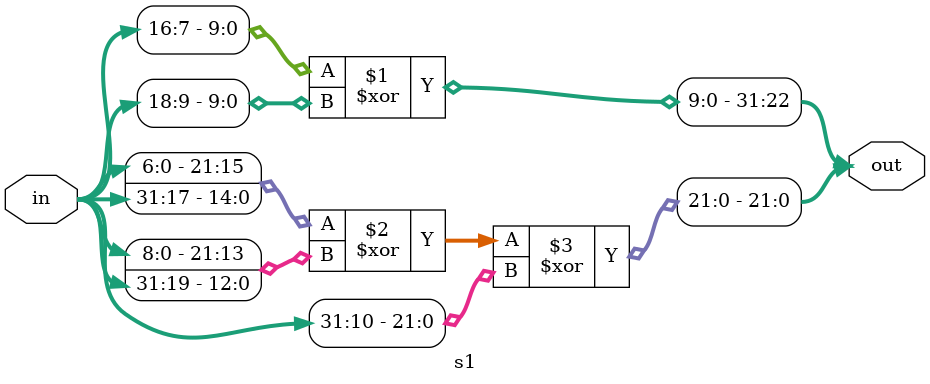
<source format=v>


`timescale 1ns/1ps
`define ELEMENT(x) ((x + 1)*(32)-1):(x * 32)

module SHAcore #(		
	parameter ITERATIONS = 6'd4	
) (
	input clk,
	input feeder,	
	input [5:0] count_value,	
	input [255:0] state_input,		
	input [511:0] message_block,		
	output reg [255:0] output_hash		
);

	localparam K_constants = {
		32'h428a2f98, 32'h71374491, 32'hb5c0fbcf, 32'he9b5dba5,
		32'h3956c25b, 32'h59f111f1, 32'h923f82a4, 32'hab1c5ed5,
		32'hd807aa98, 32'h12835b01, 32'h243185be, 32'h550c7dc3,
		32'h72be5d74, 32'h80deb1fe, 32'h9bdc06a7, 32'hc19bf174,
		32'he49b69c1, 32'hefbe4786, 32'h0fc19dc6, 32'h240ca1cc,
		32'h2de92c6f, 32'h4a7484aa, 32'h5cb0a9dc, 32'h76f988da,
		32'h983e5152, 32'ha831c66d, 32'hb00327c8, 32'hbf597fc7,
		32'hc6e00bf3, 32'hd5a79147, 32'h06ca6351, 32'h14292967,
		32'h27b70a85, 32'h2e1b2138, 32'h4d2c6dfc, 32'h53380d13,
		32'h650a7354, 32'h766a0abb, 32'h81c2c92e, 32'h92722c85,
		32'ha2bfe8a1, 32'ha81a664b, 32'hc24b8b70, 32'hc76c51a3,
		32'hd192e819, 32'hd6990624, 32'hf40e3585, 32'h106aa070,
		32'h19a4c116, 32'h1e376c08, 32'h2748774c, 32'h34b0bcb5,
		32'h391c0cb3, 32'h4ed8aa4a, 32'h5b9cca4f, 32'h682e6ff3,
		32'h748f82ee, 32'h78a5636f, 32'h84c87814, 32'h8cc70208,
		32'h90befffa, 32'ha4506ceb, 32'hbef9a3f7, 32'hc67178f2};


	genvar loop;	

	// generate

		for (loop = 0; loop < 64/ITERATIONS; loop = loop + 1) begin : HASHERS
			wire [255:0] present_state;			
			wire [511:0] w_update;		

			if(loop == 0)
				SHA_mathoperations U (			
					.clk(clk),
					.k_value(K_constants[32*(63-count_value) +: 32]),
					.w_value(feeder ? w_update : message_block),
					.state_input(feeder ? present_state : state_input),
					.w_output(w_update),
					.present_state(present_state)
				);
			else
				SHA_mathoperations U (
					.clk(clk),
					.k_value(K_constants[32*(63-ITERATIONS*loop-count_value) +: 32]),
					.w_value(feeder ? w_update : HASHERS[loop-1].w_update),
					.state_input(feeder ? present_state : HASHERS[loop-1].present_state),
					.w_output(w_update),
					.present_state(present_state)
				);
		end

	// endgenerate

	always @ (posedge clk)
	begin
		if (!feeder)
		begin
			output_hash[`ELEMENT(7)] <= state_input[`ELEMENT(7)] + HASHERS[64/ITERATIONS-6'd1].present_state[`ELEMENT(7)];
			output_hash[`ELEMENT(6)] <= state_input[`ELEMENT(6)] + HASHERS[64/ITERATIONS-6'd1].present_state[`ELEMENT(6)];
			output_hash[`ELEMENT(5)] <= state_input[`ELEMENT(5)] + HASHERS[64/ITERATIONS-6'd1].present_state[`ELEMENT(5)];
			output_hash[`ELEMENT(4)] <= state_input[`ELEMENT(4)] + HASHERS[64/ITERATIONS-6'd1].present_state[`ELEMENT(4)];
			output_hash[`ELEMENT(3)] <= state_input[`ELEMENT(3)] + HASHERS[64/ITERATIONS-6'd1].present_state[`ELEMENT(3)];
			output_hash[`ELEMENT(2)] <= state_input[`ELEMENT(2)] + HASHERS[64/ITERATIONS-6'd1].present_state[`ELEMENT(2)];
			output_hash[`ELEMENT(1)] <= state_input[`ELEMENT(1)] + HASHERS[64/ITERATIONS-6'd1].present_state[`ELEMENT(1)];
			output_hash[`ELEMENT(0)] <= state_input[`ELEMENT(0)] + HASHERS[64/ITERATIONS-6'd1].present_state[`ELEMENT(0)];
		end
	end


endmodule


module SHA_mathoperations (clk, k_value, w_value, state_input, w_output, present_state);
	input clk;
	input [31:0] k_value;
	input [511:0] w_value;
	input [255:0] state_input;

	output reg [511:0] w_output;
	output reg [255:0] present_state;

	wire [31:0] epsa0, epsa1, choose_value, maj, sigma0, sigma1;


	e0	epsa0_call	(state_input[`ELEMENT(0)], epsa0);
	e1	epsa1_call	(state_input[`ELEMENT(4)], epsa1);
	ch	choose_call	(state_input[`ELEMENT(4)], state_input[`ELEMENT(5)], state_input[`ELEMENT(6)], choose_value);
	maj	majority_call	(state_input[`ELEMENT(0)], state_input[`ELEMENT(1)], state_input[`ELEMENT(2)], maj);
	s0	sigma0_call	(w_value[63:32], sigma0);
	s1	sigma1_call	(w_value[479:448], sigma1);

	wire [31:0] t1_value = state_input[`ELEMENT(7)] + epsa1 + choose_value + w_value[31:0] + k_value;
	wire [31:0] t2_value = epsa0 + maj;
	wire [31:0] w_modifier = sigma1 + w_value[319:288] + sigma0 + w_value[31:0];
	

	always @ (posedge clk)
	begin
		w_output[511:480] <= w_modifier;
		w_output[479:0] <= w_value[511:32];

		present_state[`ELEMENT(7)] <= state_input[`ELEMENT(6)];
		present_state[`ELEMENT(6)] <= state_input[`ELEMENT(5)];
		present_state[`ELEMENT(5)] <= state_input[`ELEMENT(4)];
		present_state[`ELEMENT(4)] <= state_input[`ELEMENT(3)] + t1_value;
		present_state[`ELEMENT(3)] <= state_input[`ELEMENT(2)];
		present_state[`ELEMENT(2)] <= state_input[`ELEMENT(1)];
		present_state[`ELEMENT(1)] <= state_input[`ELEMENT(0)];
		present_state[`ELEMENT(0)] <= t1_value + t2_value;
	end

endmodule



module e0 (in, out);	

	input [31:0] in;
	output [31:0] out;

	assign out = {in[1:0],in[31:2]} ^ {in[12:0],in[31:13]} ^ {in[21:0],in[31:22]};

endmodule


module e1 (in, out);	

	input [31:0] in;
	output [31:0] out;

	assign out = {in[5:0],in[31:6]} ^ {in[10:0],in[31:11]} ^ {in[24:0],in[31:25]};

endmodule


module ch (a, b, c, y);

	input [31:0] a, b, c;
	output [31:0] y;

	assign y = c ^ (a & (b ^ c));

endmodule


module maj (a, b, c, y);	

	input [31:0] a, b, c;
	output [31:0] y;

	assign y = (a & b) | (c & (a | b));

endmodule


module s0 (in, out);	

	input [31:0] in;
	output [31:0] out;

	assign out[31:29] = in[6:4] ^ in[17:15];
	assign out[28:0] = {in[3:0], in[31:7]} ^ {in[14:0],in[31:18]} ^ in[31:3];

endmodule


module s1 (in, out);	

	input [31:0] in;
	output [31:0] out;

	assign out[31:22] = in[16:7] ^ in[18:9];
	assign out[21:0] = {in[6:0],in[31:17]} ^ {in[8:0],in[31:19]} ^ in[31:10];

endmodule



</source>
